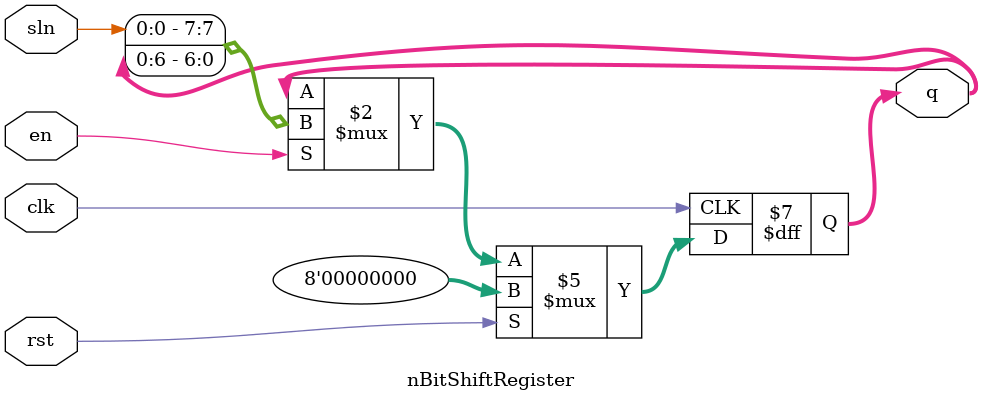
<source format=sv>
`timescale 1ns/1ns
module nBitShiftRegister #(parameter SIZE = 8) (sln, en, rst, clk, q);
	input sln;
	input en;
	input rst;
	input clk;
	output logic [0:SIZE-1]q;
	
	always@(posedge clk) begin
		if(rst) 
			#30 q <= {(SIZE){1'b0}};
		else if(en)
			#30 q <= {sln, q[0:SIZE-2]};
	end
endmodule

</source>
